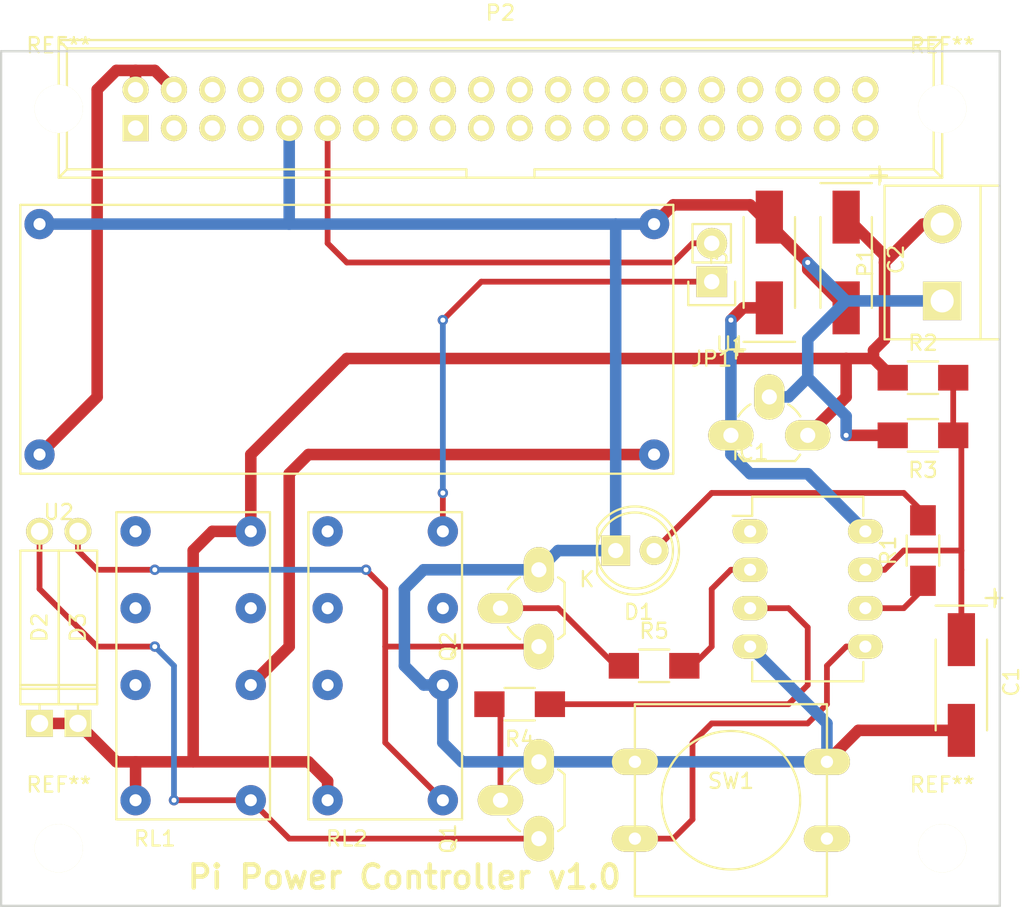
<source format=kicad_pcb>
(kicad_pcb (version 4) (host pcbnew 4.0.4+e1-6308~48~ubuntu16.04.1-stable)

  (general
    (links 45)
    (no_connects 1)
    (area 38.024999 40.564999 104.215001 97.230001)
    (thickness 1.6)
    (drawings 5)
    (tracks 157)
    (zones 0)
    (modules 26)
    (nets 63)
  )

  (page A4)
  (layers
    (0 F.Cu signal)
    (31 B.Cu signal)
    (32 B.Adhes user hide)
    (33 F.Adhes user hide)
    (34 B.Paste user hide)
    (35 F.Paste user hide)
    (36 B.SilkS user)
    (37 F.SilkS user)
    (38 B.Mask user)
    (39 F.Mask user)
    (40 Dwgs.User user hide)
    (41 Cmts.User user hide)
    (42 Eco1.User user hide)
    (43 Eco2.User user hide)
    (44 Edge.Cuts user)
    (45 Margin user hide)
    (46 B.CrtYd user hide)
    (47 F.CrtYd user hide)
    (48 B.Fab user hide)
    (49 F.Fab user hide)
  )

  (setup
    (last_trace_width 0.381)
    (trace_clearance 0.381)
    (zone_clearance 0.508)
    (zone_45_only no)
    (trace_min 0.1524)
    (segment_width 0.2)
    (edge_width 0.15)
    (via_size 0.6858)
    (via_drill 0.3302)
    (via_min_size 0.6858)
    (via_min_drill 0.3302)
    (uvia_size 25.4)
    (uvia_drill 0)
    (uvias_allowed no)
    (uvia_min_size 0)
    (uvia_min_drill 0)
    (pcb_text_width 0.3)
    (pcb_text_size 1.5 1.5)
    (mod_edge_width 0.15)
    (mod_text_size 1 1)
    (mod_text_width 0.15)
    (pad_size 1.524 1.524)
    (pad_drill 0.762)
    (pad_to_mask_clearance 0.2)
    (aux_axis_origin 36.83 39.37)
    (visible_elements FFFCD7E9)
    (pcbplotparams
      (layerselection 0x010f0_80000001)
      (usegerberextensions false)
      (excludeedgelayer true)
      (linewidth 0.100000)
      (plotframeref false)
      (viasonmask true)
      (mode 1)
      (useauxorigin false)
      (hpglpennumber 1)
      (hpglpenspeed 20)
      (hpglpendiameter 15)
      (hpglpenoverlay 2)
      (psnegative false)
      (psa4output false)
      (plotreference false)
      (plotvalue false)
      (plotinvisibletext false)
      (padsonsilk false)
      (subtractmaskfromsilk true)
      (outputformat 1)
      (mirror false)
      (drillshape 0)
      (scaleselection 1)
      (outputdirectory gerbers/))
  )

  (net 0 "")
  (net 1 "Net-(C1-Pad1)")
  (net 2 GNDD)
  (net 3 +5VD)
  (net 4 "Net-(D1-Pad2)")
  (net 5 "Net-(D2-Pad2)")
  (net 6 +12V)
  (net 7 "Net-(D3-Pad2)")
  (net 8 "Net-(IC1-Pad1)")
  (net 9 "Net-(IC1-Pad2)")
  (net 10 "Net-(IC1-Pad3)")
  (net 11 "Net-(IC1-Pad5)")
  (net 12 "Net-(IC1-Pad6)")
  (net 13 "Net-(JP1-Pad1)")
  (net 14 "Net-(JP1-Pad2)")
  (net 15 "Net-(P2-Pad1)")
  (net 16 "Net-(P2-Pad2)")
  (net 17 "Net-(P2-Pad3)")
  (net 18 "Net-(P2-Pad5)")
  (net 19 "Net-(P2-Pad6)")
  (net 20 "Net-(P2-Pad7)")
  (net 21 "Net-(P2-Pad8)")
  (net 22 "Net-(P2-Pad10)")
  (net 23 "Net-(P2-Pad12)")
  (net 24 "Net-(P2-Pad13)")
  (net 25 "Net-(P2-Pad14)")
  (net 26 "Net-(P2-Pad15)")
  (net 27 "Net-(P2-Pad16)")
  (net 28 "Net-(P2-Pad17)")
  (net 29 "Net-(P2-Pad18)")
  (net 30 "Net-(P2-Pad19)")
  (net 31 "Net-(P2-Pad20)")
  (net 32 "Net-(P2-Pad21)")
  (net 33 "Net-(P2-Pad22)")
  (net 34 "Net-(P2-Pad23)")
  (net 35 "Net-(P2-Pad24)")
  (net 36 "Net-(P2-Pad25)")
  (net 37 "Net-(P2-Pad26)")
  (net 38 "Net-(P2-Pad27)")
  (net 39 "Net-(P2-Pad28)")
  (net 40 "Net-(P2-Pad29)")
  (net 41 "Net-(P2-Pad30)")
  (net 42 "Net-(P2-Pad31)")
  (net 43 "Net-(P2-Pad32)")
  (net 44 "Net-(P2-Pad33)")
  (net 45 "Net-(P2-Pad34)")
  (net 46 "Net-(P2-Pad35)")
  (net 47 "Net-(P2-Pad36)")
  (net 48 "Net-(P2-Pad37)")
  (net 49 "Net-(P2-Pad38)")
  (net 50 "Net-(P2-Pad39)")
  (net 51 "Net-(P2-Pad40)")
  (net 52 "Net-(Q1-Pad2)")
  (net 53 "Net-(Q2-Pad2)")
  (net 54 "Net-(RL1-Pad9)")
  (net 55 "Net-(RL1-Pad8)")
  (net 56 "Net-(RL1-Pad4)")
  (net 57 "Net-(RL1-Pad2)")
  (net 58 "Net-(RL1-Pad3)")
  (net 59 "Net-(RL2-Pad9)")
  (net 60 "Net-(RL2-Pad4)")
  (net 61 "Net-(RL2-Pad2)")
  (net 62 "Net-(RL2-Pad3)")

  (net_class Default "This is the default net class."
    (clearance 0.381)
    (trace_width 0.381)
    (via_dia 0.6858)
    (via_drill 0.3302)
    (uvia_dia 25.4)
    (uvia_drill 0)
    (add_net "Net-(C1-Pad1)")
    (add_net "Net-(D1-Pad2)")
    (add_net "Net-(D2-Pad2)")
    (add_net "Net-(D3-Pad2)")
    (add_net "Net-(IC1-Pad1)")
    (add_net "Net-(IC1-Pad2)")
    (add_net "Net-(IC1-Pad3)")
    (add_net "Net-(IC1-Pad5)")
    (add_net "Net-(IC1-Pad6)")
    (add_net "Net-(JP1-Pad1)")
    (add_net "Net-(JP1-Pad2)")
    (add_net "Net-(P2-Pad1)")
    (add_net "Net-(P2-Pad10)")
    (add_net "Net-(P2-Pad12)")
    (add_net "Net-(P2-Pad13)")
    (add_net "Net-(P2-Pad14)")
    (add_net "Net-(P2-Pad15)")
    (add_net "Net-(P2-Pad16)")
    (add_net "Net-(P2-Pad17)")
    (add_net "Net-(P2-Pad18)")
    (add_net "Net-(P2-Pad19)")
    (add_net "Net-(P2-Pad20)")
    (add_net "Net-(P2-Pad21)")
    (add_net "Net-(P2-Pad22)")
    (add_net "Net-(P2-Pad23)")
    (add_net "Net-(P2-Pad24)")
    (add_net "Net-(P2-Pad25)")
    (add_net "Net-(P2-Pad26)")
    (add_net "Net-(P2-Pad27)")
    (add_net "Net-(P2-Pad28)")
    (add_net "Net-(P2-Pad29)")
    (add_net "Net-(P2-Pad3)")
    (add_net "Net-(P2-Pad30)")
    (add_net "Net-(P2-Pad31)")
    (add_net "Net-(P2-Pad32)")
    (add_net "Net-(P2-Pad33)")
    (add_net "Net-(P2-Pad34)")
    (add_net "Net-(P2-Pad35)")
    (add_net "Net-(P2-Pad36)")
    (add_net "Net-(P2-Pad37)")
    (add_net "Net-(P2-Pad38)")
    (add_net "Net-(P2-Pad39)")
    (add_net "Net-(P2-Pad40)")
    (add_net "Net-(P2-Pad5)")
    (add_net "Net-(P2-Pad6)")
    (add_net "Net-(P2-Pad7)")
    (add_net "Net-(P2-Pad8)")
    (add_net "Net-(Q1-Pad2)")
    (add_net "Net-(Q2-Pad2)")
    (add_net "Net-(RL1-Pad2)")
    (add_net "Net-(RL1-Pad3)")
    (add_net "Net-(RL1-Pad4)")
    (add_net "Net-(RL1-Pad9)")
    (add_net "Net-(RL2-Pad2)")
    (add_net "Net-(RL2-Pad3)")
    (add_net "Net-(RL2-Pad4)")
    (add_net "Net-(RL2-Pad9)")
  )

  (net_class GND ""
    (clearance 0.381)
    (trace_width 0.762)
    (via_dia 0.6858)
    (via_drill 0.3302)
    (uvia_dia 25.4)
    (uvia_drill 0)
    (add_net GNDD)
  )

  (net_class Power ""
    (clearance 0.381)
    (trace_width 0.762)
    (via_dia 0.6858)
    (via_drill 0.3302)
    (uvia_dia 25.4)
    (uvia_drill 0)
    (add_net +12V)
    (add_net +5VD)
    (add_net "Net-(P2-Pad2)")
    (add_net "Net-(RL1-Pad8)")
  )

  (module Connect:IDC_Header_Straight_40pins (layer F.Cu) (tedit 0) (tstamp 57D00DB1)
    (at 46.99 45.72)
    (descr "40 pins through hole IDC header")
    (tags "IDC header socket VASCH")
    (path /57CD8E0F)
    (fp_text reference P2 (at 24.13 -7.62) (layer F.SilkS)
      (effects (font (size 1 1) (thickness 0.15)))
    )
    (fp_text value CONN_02X20 (at 24.13 5.223) (layer F.Fab)
      (effects (font (size 1 1) (thickness 0.15)))
    )
    (fp_line (start -5.08 -5.82) (end 53.34 -5.82) (layer F.SilkS) (width 0.15))
    (fp_line (start -4.54 -5.27) (end 52.78 -5.27) (layer F.SilkS) (width 0.15))
    (fp_line (start -5.08 3.28) (end 53.34 3.28) (layer F.SilkS) (width 0.15))
    (fp_line (start -4.54 2.73) (end 21.88 2.73) (layer F.SilkS) (width 0.15))
    (fp_line (start 26.38 2.73) (end 52.78 2.73) (layer F.SilkS) (width 0.15))
    (fp_line (start 21.88 2.73) (end 21.88 3.28) (layer F.SilkS) (width 0.15))
    (fp_line (start 26.38 2.73) (end 26.38 3.28) (layer F.SilkS) (width 0.15))
    (fp_line (start -5.08 -5.82) (end -5.08 3.28) (layer F.SilkS) (width 0.15))
    (fp_line (start -4.54 -5.27) (end -4.54 2.73) (layer F.SilkS) (width 0.15))
    (fp_line (start 53.34 -5.82) (end 53.34 3.28) (layer F.SilkS) (width 0.15))
    (fp_line (start 52.78 -5.27) (end 52.78 2.73) (layer F.SilkS) (width 0.15))
    (fp_line (start -5.08 -5.82) (end -4.54 -5.27) (layer F.SilkS) (width 0.15))
    (fp_line (start 53.34 -5.82) (end 52.78 -5.27) (layer F.SilkS) (width 0.15))
    (fp_line (start -5.08 3.28) (end -4.54 2.73) (layer F.SilkS) (width 0.15))
    (fp_line (start 53.34 3.28) (end 52.78 2.73) (layer F.SilkS) (width 0.15))
    (fp_line (start -5.35 -6.05) (end 53.6 -6.05) (layer F.CrtYd) (width 0.05))
    (fp_line (start 53.6 -6.05) (end 53.6 3.55) (layer F.CrtYd) (width 0.05))
    (fp_line (start 53.6 3.55) (end -5.35 3.55) (layer F.CrtYd) (width 0.05))
    (fp_line (start -5.35 3.55) (end -5.35 -6.05) (layer F.CrtYd) (width 0.05))
    (pad 1 thru_hole rect (at 0 0) (size 1.7272 1.7272) (drill 1.016) (layers *.Cu *.Mask F.SilkS)
      (net 15 "Net-(P2-Pad1)"))
    (pad 2 thru_hole oval (at 0 -2.54) (size 1.7272 1.7272) (drill 1.016) (layers *.Cu *.Mask F.SilkS)
      (net 16 "Net-(P2-Pad2)"))
    (pad 3 thru_hole oval (at 2.54 0) (size 1.7272 1.7272) (drill 1.016) (layers *.Cu *.Mask F.SilkS)
      (net 17 "Net-(P2-Pad3)"))
    (pad 4 thru_hole oval (at 2.54 -2.54) (size 1.7272 1.7272) (drill 1.016) (layers *.Cu *.Mask F.SilkS)
      (net 16 "Net-(P2-Pad2)"))
    (pad 5 thru_hole oval (at 5.08 0) (size 1.7272 1.7272) (drill 1.016) (layers *.Cu *.Mask F.SilkS)
      (net 18 "Net-(P2-Pad5)"))
    (pad 6 thru_hole oval (at 5.08 -2.54) (size 1.7272 1.7272) (drill 1.016) (layers *.Cu *.Mask F.SilkS)
      (net 19 "Net-(P2-Pad6)"))
    (pad 7 thru_hole oval (at 7.62 0) (size 1.7272 1.7272) (drill 1.016) (layers *.Cu *.Mask F.SilkS)
      (net 20 "Net-(P2-Pad7)"))
    (pad 8 thru_hole oval (at 7.62 -2.54) (size 1.7272 1.7272) (drill 1.016) (layers *.Cu *.Mask F.SilkS)
      (net 21 "Net-(P2-Pad8)"))
    (pad 9 thru_hole oval (at 10.16 0) (size 1.7272 1.7272) (drill 1.016) (layers *.Cu *.Mask F.SilkS)
      (net 2 GNDD))
    (pad 10 thru_hole oval (at 10.16 -2.54) (size 1.7272 1.7272) (drill 1.016) (layers *.Cu *.Mask F.SilkS)
      (net 22 "Net-(P2-Pad10)"))
    (pad 11 thru_hole oval (at 12.7 0) (size 1.7272 1.7272) (drill 1.016) (layers *.Cu *.Mask F.SilkS)
      (net 14 "Net-(JP1-Pad2)"))
    (pad 12 thru_hole oval (at 12.7 -2.54) (size 1.7272 1.7272) (drill 1.016) (layers *.Cu *.Mask F.SilkS)
      (net 23 "Net-(P2-Pad12)"))
    (pad 13 thru_hole oval (at 15.24 0) (size 1.7272 1.7272) (drill 1.016) (layers *.Cu *.Mask F.SilkS)
      (net 24 "Net-(P2-Pad13)"))
    (pad 14 thru_hole oval (at 15.24 -2.54) (size 1.7272 1.7272) (drill 1.016) (layers *.Cu *.Mask F.SilkS)
      (net 25 "Net-(P2-Pad14)"))
    (pad 15 thru_hole oval (at 17.78 0) (size 1.7272 1.7272) (drill 1.016) (layers *.Cu *.Mask F.SilkS)
      (net 26 "Net-(P2-Pad15)"))
    (pad 16 thru_hole oval (at 17.78 -2.54) (size 1.7272 1.7272) (drill 1.016) (layers *.Cu *.Mask F.SilkS)
      (net 27 "Net-(P2-Pad16)"))
    (pad 17 thru_hole oval (at 20.32 0) (size 1.7272 1.7272) (drill 1.016) (layers *.Cu *.Mask F.SilkS)
      (net 28 "Net-(P2-Pad17)"))
    (pad 18 thru_hole oval (at 20.32 -2.54) (size 1.7272 1.7272) (drill 1.016) (layers *.Cu *.Mask F.SilkS)
      (net 29 "Net-(P2-Pad18)"))
    (pad 19 thru_hole oval (at 22.86 0) (size 1.7272 1.7272) (drill 1.016) (layers *.Cu *.Mask F.SilkS)
      (net 30 "Net-(P2-Pad19)"))
    (pad 20 thru_hole oval (at 22.86 -2.54) (size 1.7272 1.7272) (drill 1.016) (layers *.Cu *.Mask F.SilkS)
      (net 31 "Net-(P2-Pad20)"))
    (pad 21 thru_hole oval (at 25.4 0) (size 1.7272 1.7272) (drill 1.016) (layers *.Cu *.Mask F.SilkS)
      (net 32 "Net-(P2-Pad21)"))
    (pad 22 thru_hole oval (at 25.4 -2.54) (size 1.7272 1.7272) (drill 1.016) (layers *.Cu *.Mask F.SilkS)
      (net 33 "Net-(P2-Pad22)"))
    (pad 23 thru_hole oval (at 27.94 0) (size 1.7272 1.7272) (drill 1.016) (layers *.Cu *.Mask F.SilkS)
      (net 34 "Net-(P2-Pad23)"))
    (pad 24 thru_hole oval (at 27.94 -2.54) (size 1.7272 1.7272) (drill 1.016) (layers *.Cu *.Mask F.SilkS)
      (net 35 "Net-(P2-Pad24)"))
    (pad 25 thru_hole oval (at 30.48 0) (size 1.7272 1.7272) (drill 1.016) (layers *.Cu *.Mask F.SilkS)
      (net 36 "Net-(P2-Pad25)"))
    (pad 26 thru_hole oval (at 30.48 -2.54) (size 1.7272 1.7272) (drill 1.016) (layers *.Cu *.Mask F.SilkS)
      (net 37 "Net-(P2-Pad26)"))
    (pad 27 thru_hole oval (at 33.02 0) (size 1.7272 1.7272) (drill 1.016) (layers *.Cu *.Mask F.SilkS)
      (net 38 "Net-(P2-Pad27)"))
    (pad 28 thru_hole oval (at 33.02 -2.54) (size 1.7272 1.7272) (drill 1.016) (layers *.Cu *.Mask F.SilkS)
      (net 39 "Net-(P2-Pad28)"))
    (pad 29 thru_hole oval (at 35.56 0) (size 1.7272 1.7272) (drill 1.016) (layers *.Cu *.Mask F.SilkS)
      (net 40 "Net-(P2-Pad29)"))
    (pad 30 thru_hole oval (at 35.56 -2.54) (size 1.7272 1.7272) (drill 1.016) (layers *.Cu *.Mask F.SilkS)
      (net 41 "Net-(P2-Pad30)"))
    (pad 31 thru_hole oval (at 38.1 0) (size 1.7272 1.7272) (drill 1.016) (layers *.Cu *.Mask F.SilkS)
      (net 42 "Net-(P2-Pad31)"))
    (pad 32 thru_hole oval (at 38.1 -2.54) (size 1.7272 1.7272) (drill 1.016) (layers *.Cu *.Mask F.SilkS)
      (net 43 "Net-(P2-Pad32)"))
    (pad 33 thru_hole oval (at 40.64 0) (size 1.7272 1.7272) (drill 1.016) (layers *.Cu *.Mask F.SilkS)
      (net 44 "Net-(P2-Pad33)"))
    (pad 34 thru_hole oval (at 40.64 -2.54) (size 1.7272 1.7272) (drill 1.016) (layers *.Cu *.Mask F.SilkS)
      (net 45 "Net-(P2-Pad34)"))
    (pad 35 thru_hole oval (at 43.18 0) (size 1.7272 1.7272) (drill 1.016) (layers *.Cu *.Mask F.SilkS)
      (net 46 "Net-(P2-Pad35)"))
    (pad 36 thru_hole oval (at 43.18 -2.54) (size 1.7272 1.7272) (drill 1.016) (layers *.Cu *.Mask F.SilkS)
      (net 47 "Net-(P2-Pad36)"))
    (pad 37 thru_hole oval (at 45.72 0) (size 1.7272 1.7272) (drill 1.016) (layers *.Cu *.Mask F.SilkS)
      (net 48 "Net-(P2-Pad37)"))
    (pad 38 thru_hole oval (at 45.72 -2.54) (size 1.7272 1.7272) (drill 1.016) (layers *.Cu *.Mask F.SilkS)
      (net 49 "Net-(P2-Pad38)"))
    (pad 39 thru_hole oval (at 48.26 0) (size 1.7272 1.7272) (drill 1.016) (layers *.Cu *.Mask F.SilkS)
      (net 50 "Net-(P2-Pad39)"))
    (pad 40 thru_hole oval (at 48.26 -2.54) (size 1.7272 1.7272) (drill 1.016) (layers *.Cu *.Mask F.SilkS)
      (net 51 "Net-(P2-Pad40)"))
  )

  (module Mounting_Holes:MountingHole_3.2mm_M3 (layer F.Cu) (tedit 57D1530A) (tstamp 57D188F2)
    (at 41.91 44.45)
    (descr "Mounting Hole 3.2mm, no annular, M3")
    (tags "mounting hole 3.2mm no annular m3")
    (fp_text reference REF** (at 0 -4.2) (layer F.SilkS)
      (effects (font (size 1 1) (thickness 0.15)))
    )
    (fp_text value MountingHole_3.2mm_M3 (at -12.7 -1.27) (layer F.Fab)
      (effects (font (size 1 1) (thickness 0.15)))
    )
    (fp_circle (center 0 0) (end 3.2 0) (layer Cmts.User) (width 0.15))
    (fp_circle (center 0 0) (end 3.45 0) (layer F.CrtYd) (width 0.05))
    (pad 1 np_thru_hole circle (at 0 0) (size 3.2 3.2) (drill 3.2) (layers *.Cu *.Mask F.SilkS))
  )

  (module dx_module:dx_module (layer F.Cu) (tedit 57D006A5) (tstamp 57D00E18)
    (at 81.28 52.07 180)
    (path /57CDD423)
    (fp_text reference U2 (at 39.37 -19.05 180) (layer F.SilkS)
      (effects (font (size 1 1) (thickness 0.15)))
    )
    (fp_text value DX_MODULE (at 5.08 -19.05 180) (layer F.Fab)
      (effects (font (size 1 1) (thickness 0.15)))
    )
    (fp_line (start 41.91 -16.51) (end 41.91 1.27) (layer F.SilkS) (width 0.15))
    (fp_line (start 41.91 1.27) (end -1.27 1.27) (layer F.SilkS) (width 0.15))
    (fp_line (start -1.27 1.27) (end -1.27 -16.51) (layer F.SilkS) (width 0.15))
    (fp_line (start -1.27 -16.51) (end 41.91 -16.51) (layer F.SilkS) (width 0.15))
    (pad 3 thru_hole circle (at 40.64 -15.24 180) (size 2 2) (drill 0.8) (layers *.Cu *.Mask)
      (net 16 "Net-(P2-Pad2)"))
    (pad 2 thru_hole circle (at 0 -15.24 180) (size 2 2) (drill 0.8) (layers *.Cu *.Mask)
      (net 55 "Net-(RL1-Pad8)"))
    (pad 4 thru_hole circle (at 40.64 0 180) (size 2 2) (drill 0.8) (layers *.Cu *.Mask)
      (net 2 GNDD))
    (pad 1 thru_hole circle (at 0 0 180) (size 2 2) (drill 0.8) (layers *.Cu *.Mask)
      (net 2 GNDD))
  )

  (module LEDs:LED-5MM (layer F.Cu) (tedit 5570F7EA) (tstamp 57D00D61)
    (at 78.74 73.66)
    (descr "LED 5mm round vertical")
    (tags "LED 5mm round vertical")
    (path /57CD84F1)
    (fp_text reference D1 (at 1.524 4.064) (layer F.SilkS)
      (effects (font (size 1 1) (thickness 0.15)))
    )
    (fp_text value LED (at 1.524 -3.937) (layer F.Fab)
      (effects (font (size 1 1) (thickness 0.15)))
    )
    (fp_line (start -1.5 -1.55) (end -1.5 1.55) (layer F.CrtYd) (width 0.05))
    (fp_arc (start 1.3 0) (end -1.5 1.55) (angle -302) (layer F.CrtYd) (width 0.05))
    (fp_arc (start 1.27 0) (end -1.23 -1.5) (angle 297.5) (layer F.SilkS) (width 0.15))
    (fp_line (start -1.23 1.5) (end -1.23 -1.5) (layer F.SilkS) (width 0.15))
    (fp_circle (center 1.27 0) (end 0.97 -2.5) (layer F.SilkS) (width 0.15))
    (fp_text user K (at -1.905 1.905) (layer F.SilkS)
      (effects (font (size 1 1) (thickness 0.15)))
    )
    (pad 1 thru_hole rect (at 0 0 90) (size 2 1.9) (drill 1.00076) (layers *.Cu *.Mask F.SilkS)
      (net 2 GNDD))
    (pad 2 thru_hole circle (at 2.54 0) (size 1.9 1.9) (drill 1.00076) (layers *.Cu *.Mask F.SilkS)
      (net 4 "Net-(D1-Pad2)"))
    (model LEDs.3dshapes/LED-5MM.wrl
      (at (xyz 0.05 0 0))
      (scale (xyz 1 1 1))
      (rotate (xyz 0 0 90))
    )
  )

  (module Discret:D5 (layer F.Cu) (tedit 57D1512B) (tstamp 57D00D67)
    (at 40.64 78.74 270)
    (descr "Diode 5 pas")
    (tags "DIODE DEV")
    (path /57CD5C96)
    (fp_text reference D2 (at 0 0 270) (layer F.SilkS)
      (effects (font (size 1 1) (thickness 0.15)))
    )
    (fp_text value D (at -0.254 0 270) (layer F.Fab)
      (effects (font (size 1 1) (thickness 0.15)))
    )
    (fp_line (start 6.35 0) (end 5.08 0) (layer F.SilkS) (width 0.15))
    (fp_line (start 5.08 0) (end 5.08 -1.27) (layer F.SilkS) (width 0.15))
    (fp_line (start 5.08 -1.27) (end -5.08 -1.27) (layer F.SilkS) (width 0.15))
    (fp_line (start -5.08 -1.27) (end -5.08 0) (layer F.SilkS) (width 0.15))
    (fp_line (start -5.08 0) (end -6.35 0) (layer F.SilkS) (width 0.15))
    (fp_line (start -5.08 0) (end -5.08 1.27) (layer F.SilkS) (width 0.15))
    (fp_line (start -5.08 1.27) (end 5.08 1.27) (layer F.SilkS) (width 0.15))
    (fp_line (start 5.08 1.27) (end 5.08 0) (layer F.SilkS) (width 0.15))
    (fp_line (start 3.81 -1.27) (end 3.81 1.27) (layer F.SilkS) (width 0.15))
    (fp_line (start 4.064 -1.27) (end 4.064 1.27) (layer F.SilkS) (width 0.15))
    (pad 2 thru_hole circle (at -6.35 0 270) (size 1.778 1.778) (drill 1.143) (layers *.Cu *.Mask F.SilkS)
      (net 5 "Net-(D2-Pad2)"))
    (pad 1 thru_hole rect (at 6.35 0 270) (size 1.778 1.778) (drill 1.143) (layers *.Cu *.Mask F.SilkS)
      (net 6 +12V))
    (model Discret.3dshapes/D5.wrl
      (at (xyz 0 0 0))
      (scale (xyz 0.5 0.5 0.5))
      (rotate (xyz 0 0 0))
    )
  )

  (module Discret:D5 (layer F.Cu) (tedit 57D15145) (tstamp 57D00D6D)
    (at 43.18 78.74 270)
    (descr "Diode 5 pas")
    (tags "DIODE DEV")
    (path /57CD5D55)
    (fp_text reference D3 (at 0 0 270) (layer F.SilkS)
      (effects (font (size 1 1) (thickness 0.15)))
    )
    (fp_text value D (at -0.254 0 270) (layer F.Fab)
      (effects (font (size 1 1) (thickness 0.15)))
    )
    (fp_line (start 6.35 0) (end 5.08 0) (layer F.SilkS) (width 0.15))
    (fp_line (start 5.08 0) (end 5.08 -1.27) (layer F.SilkS) (width 0.15))
    (fp_line (start 5.08 -1.27) (end -5.08 -1.27) (layer F.SilkS) (width 0.15))
    (fp_line (start -5.08 -1.27) (end -5.08 0) (layer F.SilkS) (width 0.15))
    (fp_line (start -5.08 0) (end -6.35 0) (layer F.SilkS) (width 0.15))
    (fp_line (start -5.08 0) (end -5.08 1.27) (layer F.SilkS) (width 0.15))
    (fp_line (start -5.08 1.27) (end 5.08 1.27) (layer F.SilkS) (width 0.15))
    (fp_line (start 5.08 1.27) (end 5.08 0) (layer F.SilkS) (width 0.15))
    (fp_line (start 3.81 -1.27) (end 3.81 1.27) (layer F.SilkS) (width 0.15))
    (fp_line (start 4.064 -1.27) (end 4.064 1.27) (layer F.SilkS) (width 0.15))
    (pad 2 thru_hole circle (at -6.35 0 270) (size 1.778 1.778) (drill 1.143) (layers *.Cu *.Mask F.SilkS)
      (net 7 "Net-(D3-Pad2)"))
    (pad 1 thru_hole rect (at 6.35 0 270) (size 1.778 1.778) (drill 1.143) (layers *.Cu *.Mask F.SilkS)
      (net 6 +12V))
    (model Discret.3dshapes/D5.wrl
      (at (xyz 0 0 0))
      (scale (xyz 0.5 0.5 0.5))
      (rotate (xyz 0 0 0))
    )
  )

  (module Housings_DIP:DIP-8_W7.62mm_LongPads (layer F.Cu) (tedit 54130A77) (tstamp 57D00D79)
    (at 87.63 72.39)
    (descr "8-lead dip package, row spacing 7.62 mm (300 mils), longer pads")
    (tags "dil dip 2.54 300")
    (path /57CD5964)
    (fp_text reference IC1 (at 0 -5.22) (layer F.SilkS)
      (effects (font (size 1 1) (thickness 0.15)))
    )
    (fp_text value ATTINY13-P (at 0 -3.72) (layer F.Fab)
      (effects (font (size 1 1) (thickness 0.15)))
    )
    (fp_line (start -1.4 -2.45) (end -1.4 10.1) (layer F.CrtYd) (width 0.05))
    (fp_line (start 9 -2.45) (end 9 10.1) (layer F.CrtYd) (width 0.05))
    (fp_line (start -1.4 -2.45) (end 9 -2.45) (layer F.CrtYd) (width 0.05))
    (fp_line (start -1.4 10.1) (end 9 10.1) (layer F.CrtYd) (width 0.05))
    (fp_line (start 0.135 -2.295) (end 0.135 -1.025) (layer F.SilkS) (width 0.15))
    (fp_line (start 7.485 -2.295) (end 7.485 -1.025) (layer F.SilkS) (width 0.15))
    (fp_line (start 7.485 9.915) (end 7.485 8.645) (layer F.SilkS) (width 0.15))
    (fp_line (start 0.135 9.915) (end 0.135 8.645) (layer F.SilkS) (width 0.15))
    (fp_line (start 0.135 -2.295) (end 7.485 -2.295) (layer F.SilkS) (width 0.15))
    (fp_line (start 0.135 9.915) (end 7.485 9.915) (layer F.SilkS) (width 0.15))
    (fp_line (start 0.135 -1.025) (end -1.15 -1.025) (layer F.SilkS) (width 0.15))
    (pad 1 thru_hole oval (at 0 0) (size 2.3 1.6) (drill 0.8) (layers *.Cu *.Mask F.SilkS)
      (net 8 "Net-(IC1-Pad1)"))
    (pad 2 thru_hole oval (at 0 2.54) (size 2.3 1.6) (drill 0.8) (layers *.Cu *.Mask F.SilkS)
      (net 9 "Net-(IC1-Pad2)"))
    (pad 3 thru_hole oval (at 0 5.08) (size 2.3 1.6) (drill 0.8) (layers *.Cu *.Mask F.SilkS)
      (net 10 "Net-(IC1-Pad3)"))
    (pad 4 thru_hole oval (at 0 7.62) (size 2.3 1.6) (drill 0.8) (layers *.Cu *.Mask F.SilkS)
      (net 2 GNDD))
    (pad 5 thru_hole oval (at 7.62 7.62) (size 2.3 1.6) (drill 0.8) (layers *.Cu *.Mask F.SilkS)
      (net 11 "Net-(IC1-Pad5)"))
    (pad 6 thru_hole oval (at 7.62 5.08) (size 2.3 1.6) (drill 0.8) (layers *.Cu *.Mask F.SilkS)
      (net 12 "Net-(IC1-Pad6)"))
    (pad 7 thru_hole oval (at 7.62 2.54) (size 2.3 1.6) (drill 0.8) (layers *.Cu *.Mask F.SilkS)
      (net 1 "Net-(C1-Pad1)"))
    (pad 8 thru_hole oval (at 7.62 0) (size 2.3 1.6) (drill 0.8) (layers *.Cu *.Mask F.SilkS)
      (net 3 +5VD))
    (model Housings_DIP.3dshapes/DIP-8_W7.62mm_LongPads.wrl
      (at (xyz 0 0 0))
      (scale (xyz 1 1 1))
      (rotate (xyz 0 0 0))
    )
  )

  (module Pin_Headers:Pin_Header_Straight_1x02 (layer F.Cu) (tedit 54EA090C) (tstamp 57D00D7F)
    (at 85.09 55.88 180)
    (descr "Through hole pin header")
    (tags "pin header")
    (path /57CDDF83)
    (fp_text reference JP1 (at 0 -5.1 180) (layer F.SilkS)
      (effects (font (size 1 1) (thickness 0.15)))
    )
    (fp_text value JUMPER (at 0 -3.1 180) (layer F.Fab)
      (effects (font (size 1 1) (thickness 0.15)))
    )
    (fp_line (start 1.27 1.27) (end 1.27 3.81) (layer F.SilkS) (width 0.15))
    (fp_line (start 1.55 -1.55) (end 1.55 0) (layer F.SilkS) (width 0.15))
    (fp_line (start -1.75 -1.75) (end -1.75 4.3) (layer F.CrtYd) (width 0.05))
    (fp_line (start 1.75 -1.75) (end 1.75 4.3) (layer F.CrtYd) (width 0.05))
    (fp_line (start -1.75 -1.75) (end 1.75 -1.75) (layer F.CrtYd) (width 0.05))
    (fp_line (start -1.75 4.3) (end 1.75 4.3) (layer F.CrtYd) (width 0.05))
    (fp_line (start 1.27 1.27) (end -1.27 1.27) (layer F.SilkS) (width 0.15))
    (fp_line (start -1.55 0) (end -1.55 -1.55) (layer F.SilkS) (width 0.15))
    (fp_line (start -1.55 -1.55) (end 1.55 -1.55) (layer F.SilkS) (width 0.15))
    (fp_line (start -1.27 1.27) (end -1.27 3.81) (layer F.SilkS) (width 0.15))
    (fp_line (start -1.27 3.81) (end 1.27 3.81) (layer F.SilkS) (width 0.15))
    (pad 1 thru_hole rect (at 0 0 180) (size 2.032 2.032) (drill 1.016) (layers *.Cu *.Mask F.SilkS)
      (net 13 "Net-(JP1-Pad1)"))
    (pad 2 thru_hole oval (at 0 2.54 180) (size 2.032 2.032) (drill 1.016) (layers *.Cu *.Mask F.SilkS)
      (net 14 "Net-(JP1-Pad2)"))
    (model Pin_Headers.3dshapes/Pin_Header_Straight_1x02.wrl
      (at (xyz 0 -0.05 0))
      (scale (xyz 1 1 1))
      (rotate (xyz 0 0 90))
    )
  )

  (module Connect:bornier2 (layer F.Cu) (tedit 0) (tstamp 57D00D85)
    (at 100.33 54.61 90)
    (descr "Bornier d'alimentation 2 pins")
    (tags DEV)
    (path /57CD6FD9)
    (fp_text reference P1 (at 0 -5.08 90) (layer F.SilkS)
      (effects (font (size 1 1) (thickness 0.15)))
    )
    (fp_text value CONN_01X02 (at 0 5.08 90) (layer F.Fab)
      (effects (font (size 1 1) (thickness 0.15)))
    )
    (fp_line (start 5.08 2.54) (end -5.08 2.54) (layer F.SilkS) (width 0.15))
    (fp_line (start 5.08 3.81) (end 5.08 -3.81) (layer F.SilkS) (width 0.15))
    (fp_line (start 5.08 -3.81) (end -5.08 -3.81) (layer F.SilkS) (width 0.15))
    (fp_line (start -5.08 -3.81) (end -5.08 3.81) (layer F.SilkS) (width 0.15))
    (fp_line (start -5.08 3.81) (end 5.08 3.81) (layer F.SilkS) (width 0.15))
    (pad 1 thru_hole rect (at -2.54 0 90) (size 2.54 2.54) (drill 1.524) (layers *.Cu *.Mask F.SilkS)
      (net 2 GNDD))
    (pad 2 thru_hole circle (at 2.54 0 90) (size 2.54 2.54) (drill 1.524) (layers *.Cu *.Mask F.SilkS)
      (net 6 +12V))
    (model Connect.3dshapes/bornier2.wrl
      (at (xyz 0 0 0))
      (scale (xyz 1 1 1))
      (rotate (xyz 0 0 0))
    )
  )

  (module TO_SOT_Packages_THT:TO-92_Rugged (layer F.Cu) (tedit 54F24473) (tstamp 57D00DB8)
    (at 73.66 92.71 90)
    (descr "TO-92 rugged, leads molded, wide, drill 1mm (see NXP sot054_po.pdf)")
    (tags "to-92 sc-43 sc-43a sot54 PA33 transistor")
    (path /57CD5B0D)
    (fp_text reference Q1 (at 0 -6 90) (layer F.SilkS)
      (effects (font (size 1 1) (thickness 0.15)))
    )
    (fp_text value BC548 (at 0 3 90) (layer F.Fab)
      (effects (font (size 1 1) (thickness 0.15)))
    )
    (fp_arc (start 2.54 0) (end 0.49 -1.25) (angle 27.25399767) (layer F.SilkS) (width 0.15))
    (fp_arc (start 2.54 0) (end 4.59 -1.25) (angle -27.25399767) (layer F.SilkS) (width 0.15))
    (fp_arc (start 2.54 0) (end 0.84 1.7) (angle 12.99463195) (layer F.SilkS) (width 0.15))
    (fp_arc (start 2.54 0) (end 4.24 1.7) (angle -12.99463195) (layer F.SilkS) (width 0.15))
    (fp_line (start -1.75 1.95) (end -1.75 -4.3) (layer F.CrtYd) (width 0.05))
    (fp_line (start -1.75 1.95) (end 6.85 1.95) (layer F.CrtYd) (width 0.05))
    (fp_line (start 0.84 1.7) (end 4.24 1.7) (layer F.SilkS) (width 0.15))
    (fp_line (start -1.75 -4.3) (end 6.85 -4.3) (layer F.CrtYd) (width 0.05))
    (fp_line (start 6.85 1.95) (end 6.85 -4.3) (layer F.CrtYd) (width 0.05))
    (pad 2 thru_hole oval (at 2.54 -2.54 180) (size 2.99974 1.99898) (drill 1) (layers *.Cu *.Mask F.SilkS)
      (net 52 "Net-(Q1-Pad2)"))
    (pad 1 thru_hole oval (at 0 0 180) (size 1.99898 2.99974) (drill 1) (layers *.Cu *.Mask F.SilkS)
      (net 5 "Net-(D2-Pad2)"))
    (pad 3 thru_hole oval (at 5.08 0 180) (size 1.99898 2.99974) (drill 1) (layers *.Cu *.Mask F.SilkS)
      (net 2 GNDD))
    (model TO_SOT_Packages_THT.3dshapes/TO-92_Rugged.wrl
      (at (xyz 0.1 0 0))
      (scale (xyz 1 1 1))
      (rotate (xyz 0 0 -90))
    )
  )

  (module TO_SOT_Packages_THT:TO-92_Rugged (layer F.Cu) (tedit 54F24473) (tstamp 57D00DBF)
    (at 73.66 80.01 90)
    (descr "TO-92 rugged, leads molded, wide, drill 1mm (see NXP sot054_po.pdf)")
    (tags "to-92 sc-43 sc-43a sot54 PA33 transistor")
    (path /57CD5B90)
    (fp_text reference Q2 (at 0 -6 90) (layer F.SilkS)
      (effects (font (size 1 1) (thickness 0.15)))
    )
    (fp_text value BC548 (at 0 3 90) (layer F.Fab)
      (effects (font (size 1 1) (thickness 0.15)))
    )
    (fp_arc (start 2.54 0) (end 0.49 -1.25) (angle 27.25399767) (layer F.SilkS) (width 0.15))
    (fp_arc (start 2.54 0) (end 4.59 -1.25) (angle -27.25399767) (layer F.SilkS) (width 0.15))
    (fp_arc (start 2.54 0) (end 0.84 1.7) (angle 12.99463195) (layer F.SilkS) (width 0.15))
    (fp_arc (start 2.54 0) (end 4.24 1.7) (angle -12.99463195) (layer F.SilkS) (width 0.15))
    (fp_line (start -1.75 1.95) (end -1.75 -4.3) (layer F.CrtYd) (width 0.05))
    (fp_line (start -1.75 1.95) (end 6.85 1.95) (layer F.CrtYd) (width 0.05))
    (fp_line (start 0.84 1.7) (end 4.24 1.7) (layer F.SilkS) (width 0.15))
    (fp_line (start -1.75 -4.3) (end 6.85 -4.3) (layer F.CrtYd) (width 0.05))
    (fp_line (start 6.85 1.95) (end 6.85 -4.3) (layer F.CrtYd) (width 0.05))
    (pad 2 thru_hole oval (at 2.54 -2.54 180) (size 2.99974 1.99898) (drill 1) (layers *.Cu *.Mask F.SilkS)
      (net 53 "Net-(Q2-Pad2)"))
    (pad 1 thru_hole oval (at 0 0 180) (size 1.99898 2.99974) (drill 1) (layers *.Cu *.Mask F.SilkS)
      (net 7 "Net-(D3-Pad2)"))
    (pad 3 thru_hole oval (at 5.08 0 180) (size 1.99898 2.99974) (drill 1) (layers *.Cu *.Mask F.SilkS)
      (net 2 GNDD))
    (model TO_SOT_Packages_THT.3dshapes/TO-92_Rugged.wrl
      (at (xyz 0.1 0 0))
      (scale (xyz 1 1 1))
      (rotate (xyz 0 0 -90))
    )
  )

  (module anritsu:anritsu (layer F.Cu) (tedit 57D008EF) (tstamp 57D00DED)
    (at 54.61 90.17 90)
    (path /57CDC89B)
    (fp_text reference RL1 (at -2.54 -6.35 180) (layer F.SilkS)
      (effects (font (size 1 1) (thickness 0.15)))
    )
    (fp_text value Anritsu (at -2.54 -1.27 180) (layer F.Fab)
      (effects (font (size 1 1) (thickness 0.15)))
    )
    (fp_line (start 19.05 1.27) (end -1.27 1.27) (layer F.SilkS) (width 0.15))
    (fp_line (start -1.27 1.27) (end -1.27 -8.89) (layer F.SilkS) (width 0.15))
    (fp_line (start -1.27 -8.89) (end 19.05 -8.89) (layer F.SilkS) (width 0.15))
    (fp_line (start 19.05 -8.89) (end 19.05 1.27) (layer F.SilkS) (width 0.15))
    (pad 7 thru_hole circle (at 17.78 0 90) (size 2 2) (drill 0.8) (layers *.Cu *.Mask)
      (net 6 +12V))
    (pad 9 thru_hole circle (at 12.7 0 90) (size 2 2) (drill 0.8) (layers *.Cu *.Mask)
      (net 54 "Net-(RL1-Pad9)"))
    (pad 8 thru_hole circle (at 7.62 0 90) (size 2 2) (drill 0.8) (layers *.Cu *.Mask)
      (net 55 "Net-(RL1-Pad8)"))
    (pad 4 thru_hole circle (at 17.78 -7.62 90) (size 2 2) (drill 0.8) (layers *.Cu *.Mask)
      (net 56 "Net-(RL1-Pad4)"))
    (pad 2 thru_hole circle (at 12.7 -7.62 90) (size 2 2) (drill 0.8) (layers *.Cu *.Mask)
      (net 57 "Net-(RL1-Pad2)"))
    (pad 3 thru_hole circle (at 7.62 -7.62 90) (size 2 2) (drill 0.8) (layers *.Cu *.Mask)
      (net 58 "Net-(RL1-Pad3)"))
    (pad 1 thru_hole circle (at 0 -7.62 90) (size 2 2) (drill 0.8) (layers *.Cu *.Mask)
      (net 6 +12V))
    (pad 10 thru_hole circle (at 0 0 90) (size 2 2) (drill 0.8) (layers *.Cu *.Mask)
      (net 5 "Net-(D2-Pad2)"))
  )

  (module anritsu:anritsu (layer F.Cu) (tedit 57D008EF) (tstamp 57D00DFD)
    (at 67.31 90.17 90)
    (path /57CDC8F4)
    (fp_text reference RL2 (at -2.54 -6.35 180) (layer F.SilkS)
      (effects (font (size 1 1) (thickness 0.15)))
    )
    (fp_text value Anritsu (at -2.54 -1.27 180) (layer F.Fab)
      (effects (font (size 1 1) (thickness 0.15)))
    )
    (fp_line (start 19.05 1.27) (end -1.27 1.27) (layer F.SilkS) (width 0.15))
    (fp_line (start -1.27 1.27) (end -1.27 -8.89) (layer F.SilkS) (width 0.15))
    (fp_line (start -1.27 -8.89) (end 19.05 -8.89) (layer F.SilkS) (width 0.15))
    (fp_line (start 19.05 -8.89) (end 19.05 1.27) (layer F.SilkS) (width 0.15))
    (pad 7 thru_hole circle (at 17.78 0 90) (size 2 2) (drill 0.8) (layers *.Cu *.Mask)
      (net 13 "Net-(JP1-Pad1)"))
    (pad 9 thru_hole circle (at 12.7 0 90) (size 2 2) (drill 0.8) (layers *.Cu *.Mask)
      (net 59 "Net-(RL2-Pad9)"))
    (pad 8 thru_hole circle (at 7.62 0 90) (size 2 2) (drill 0.8) (layers *.Cu *.Mask)
      (net 2 GNDD))
    (pad 4 thru_hole circle (at 17.78 -7.62 90) (size 2 2) (drill 0.8) (layers *.Cu *.Mask)
      (net 60 "Net-(RL2-Pad4)"))
    (pad 2 thru_hole circle (at 12.7 -7.62 90) (size 2 2) (drill 0.8) (layers *.Cu *.Mask)
      (net 61 "Net-(RL2-Pad2)"))
    (pad 3 thru_hole circle (at 7.62 -7.62 90) (size 2 2) (drill 0.8) (layers *.Cu *.Mask)
      (net 62 "Net-(RL2-Pad3)"))
    (pad 1 thru_hole circle (at 0 -7.62 90) (size 2 2) (drill 0.8) (layers *.Cu *.Mask)
      (net 6 +12V))
    (pad 10 thru_hole circle (at 0 0 90) (size 2 2) (drill 0.8) (layers *.Cu *.Mask)
      (net 7 "Net-(D3-Pad2)"))
  )

  (module Buttons_Switches_ThroughHole:SW_PUSH-12mm (layer F.Cu) (tedit 57D151F3) (tstamp 57D00E05)
    (at 86.36 90.17)
    (path /57CD8623)
    (fp_text reference SW1 (at 0 -1.27) (layer F.SilkS)
      (effects (font (size 1 1) (thickness 0.15)))
    )
    (fp_text value SW_PUSH (at 0 1.016) (layer F.Fab)
      (effects (font (size 1 1) (thickness 0.15)))
    )
    (fp_circle (center 0 0) (end 3.81 2.54) (layer F.SilkS) (width 0.15))
    (fp_line (start -6.35 -6.35) (end 6.35 -6.35) (layer F.SilkS) (width 0.15))
    (fp_line (start 6.35 -6.35) (end 6.35 6.35) (layer F.SilkS) (width 0.15))
    (fp_line (start 6.35 6.35) (end -6.35 6.35) (layer F.SilkS) (width 0.15))
    (fp_line (start -6.35 6.35) (end -6.35 -6.35) (layer F.SilkS) (width 0.15))
    (pad 1 thru_hole oval (at 6.35 -2.54) (size 3.048 1.7272) (drill 0.8128) (layers *.Cu *.Mask F.SilkS)
      (net 2 GNDD))
    (pad 2 thru_hole oval (at 6.35 2.54) (size 3.048 1.7272) (drill 0.8128) (layers *.Cu *.Mask F.SilkS)
      (net 11 "Net-(IC1-Pad5)"))
    (pad 1 thru_hole oval (at -6.35 -2.54) (size 3.048 1.7272) (drill 0.8128) (layers *.Cu *.Mask F.SilkS)
      (net 2 GNDD))
    (pad 2 thru_hole oval (at -6.35 2.54) (size 3.048 1.7272) (drill 0.8128) (layers *.Cu *.Mask F.SilkS)
      (net 11 "Net-(IC1-Pad5)"))
    (model Buttons_Switches_ThroughHole.3dshapes/SW_PUSH-12mm.wrl
      (at (xyz 0 0 0))
      (scale (xyz 4 4 4))
      (rotate (xyz 0 0 0))
    )
  )

  (module TO_SOT_Packages_THT:TO-92_Rugged (layer F.Cu) (tedit 54F24473) (tstamp 57D00E0C)
    (at 86.36 66.04)
    (descr "TO-92 rugged, leads molded, wide, drill 1mm (see NXP sot054_po.pdf)")
    (tags "to-92 sc-43 sc-43a sot54 PA33 transistor")
    (path /57D0150E)
    (fp_text reference U1 (at 0 -6) (layer F.SilkS)
      (effects (font (size 1 1) (thickness 0.15)))
    )
    (fp_text value MC78L05ACP (at 0 3) (layer F.Fab)
      (effects (font (size 1 1) (thickness 0.15)))
    )
    (fp_arc (start 2.54 0) (end 0.49 -1.25) (angle 27.25399767) (layer F.SilkS) (width 0.15))
    (fp_arc (start 2.54 0) (end 4.59 -1.25) (angle -27.25399767) (layer F.SilkS) (width 0.15))
    (fp_arc (start 2.54 0) (end 0.84 1.7) (angle 12.99463195) (layer F.SilkS) (width 0.15))
    (fp_arc (start 2.54 0) (end 4.24 1.7) (angle -12.99463195) (layer F.SilkS) (width 0.15))
    (fp_line (start -1.75 1.95) (end -1.75 -4.3) (layer F.CrtYd) (width 0.05))
    (fp_line (start -1.75 1.95) (end 6.85 1.95) (layer F.CrtYd) (width 0.05))
    (fp_line (start 0.84 1.7) (end 4.24 1.7) (layer F.SilkS) (width 0.15))
    (fp_line (start -1.75 -4.3) (end 6.85 -4.3) (layer F.CrtYd) (width 0.05))
    (fp_line (start 6.85 1.95) (end 6.85 -4.3) (layer F.CrtYd) (width 0.05))
    (pad 2 thru_hole oval (at 2.54 -2.54 90) (size 2.99974 1.99898) (drill 1) (layers *.Cu *.Mask F.SilkS)
      (net 2 GNDD))
    (pad 1 thru_hole oval (at 0 0 90) (size 1.99898 2.99974) (drill 1) (layers *.Cu *.Mask F.SilkS)
      (net 3 +5VD))
    (pad 3 thru_hole oval (at 5.08 0 90) (size 1.99898 2.99974) (drill 1) (layers *.Cu *.Mask F.SilkS)
      (net 6 +12V))
    (model TO_SOT_Packages_THT.3dshapes/TO-92_Rugged.wrl
      (at (xyz 0.1 0 0))
      (scale (xyz 1 1 1))
      (rotate (xyz 0 0 -90))
    )
  )

  (module Capacitors_Tantalum_SMD:TantalC_SizeC_EIA-6032_HandSoldering (layer F.Cu) (tedit 0) (tstamp 57D15AB8)
    (at 101.6 82.55 270)
    (descr "Tantal Cap. , Size C, EIA-6032, Hand Soldering,")
    (tags "Tantal Cap. , Size C, EIA-6032, Hand Soldering,")
    (path /57CD674F)
    (attr smd)
    (fp_text reference C1 (at -0.20066 -3.29946 270) (layer F.SilkS)
      (effects (font (size 1 1) (thickness 0.15)))
    )
    (fp_text value 22uF (at -0.09906 3.59918 270) (layer F.Fab)
      (effects (font (size 1 1) (thickness 0.15)))
    )
    (fp_line (start -5.25018 -1.69926) (end -5.25018 1.69926) (layer F.SilkS) (width 0.15))
    (fp_line (start 2.99974 1.69926) (end -2.99974 1.69926) (layer F.SilkS) (width 0.15))
    (fp_line (start 2.99974 -1.69926) (end -2.99974 -1.69926) (layer F.SilkS) (width 0.15))
    (fp_text user + (at -5.75056 -2.19964 270) (layer F.SilkS)
      (effects (font (size 1 1) (thickness 0.15)))
    )
    (fp_line (start -5.7531 -2.70256) (end -5.7531 -1.60274) (layer F.SilkS) (width 0.15))
    (fp_line (start -6.35254 -2.20218) (end -5.15366 -2.20218) (layer F.SilkS) (width 0.15))
    (pad 2 smd rect (at 2.99974 0 270) (size 3.50012 1.80086) (layers F.Cu F.Paste F.Mask)
      (net 2 GNDD))
    (pad 1 smd rect (at -2.99974 0 270) (size 3.50012 1.80086) (layers F.Cu F.Paste F.Mask)
      (net 1 "Net-(C1-Pad1)"))
    (model Capacitors_Tantalum_SMD.3dshapes/TantalC_SizeC_EIA-6032_HandSoldering.wrl
      (at (xyz 0 0 0))
      (scale (xyz 1 1 1))
      (rotate (xyz 0 0 180))
    )
  )

  (module Capacitors_Tantalum_SMD:TantalC_SizeC_EIA-6032_HandSoldering (layer F.Cu) (tedit 0) (tstamp 57D15AC3)
    (at 93.98 54.61 270)
    (descr "Tantal Cap. , Size C, EIA-6032, Hand Soldering,")
    (tags "Tantal Cap. , Size C, EIA-6032, Hand Soldering,")
    (path /57CD720D)
    (attr smd)
    (fp_text reference C2 (at -0.20066 -3.29946 270) (layer F.SilkS)
      (effects (font (size 1 1) (thickness 0.15)))
    )
    (fp_text value 22uF (at -0.09906 3.59918 270) (layer F.Fab)
      (effects (font (size 1 1) (thickness 0.15)))
    )
    (fp_line (start -5.25018 -1.69926) (end -5.25018 1.69926) (layer F.SilkS) (width 0.15))
    (fp_line (start 2.99974 1.69926) (end -2.99974 1.69926) (layer F.SilkS) (width 0.15))
    (fp_line (start 2.99974 -1.69926) (end -2.99974 -1.69926) (layer F.SilkS) (width 0.15))
    (fp_text user + (at -5.75056 -2.19964 270) (layer F.SilkS)
      (effects (font (size 1 1) (thickness 0.15)))
    )
    (fp_line (start -5.7531 -2.70256) (end -5.7531 -1.60274) (layer F.SilkS) (width 0.15))
    (fp_line (start -6.35254 -2.20218) (end -5.15366 -2.20218) (layer F.SilkS) (width 0.15))
    (pad 2 smd rect (at 2.99974 0 270) (size 3.50012 1.80086) (layers F.Cu F.Paste F.Mask)
      (net 2 GNDD))
    (pad 1 smd rect (at -2.99974 0 270) (size 3.50012 1.80086) (layers F.Cu F.Paste F.Mask)
      (net 6 +12V))
    (model Capacitors_Tantalum_SMD.3dshapes/TantalC_SizeC_EIA-6032_HandSoldering.wrl
      (at (xyz 0 0 0))
      (scale (xyz 1 1 1))
      (rotate (xyz 0 0 180))
    )
  )

  (module Capacitors_Tantalum_SMD:TantalC_SizeC_EIA-6032_HandSoldering (layer F.Cu) (tedit 0) (tstamp 57D15ACE)
    (at 88.9 54.61 90)
    (descr "Tantal Cap. , Size C, EIA-6032, Hand Soldering,")
    (tags "Tantal Cap. , Size C, EIA-6032, Hand Soldering,")
    (path /57CD728E)
    (attr smd)
    (fp_text reference C3 (at -0.20066 -3.29946 90) (layer F.SilkS)
      (effects (font (size 1 1) (thickness 0.15)))
    )
    (fp_text value 22uF (at -0.09906 3.59918 90) (layer F.Fab)
      (effects (font (size 1 1) (thickness 0.15)))
    )
    (fp_line (start -5.25018 -1.69926) (end -5.25018 1.69926) (layer F.SilkS) (width 0.15))
    (fp_line (start 2.99974 1.69926) (end -2.99974 1.69926) (layer F.SilkS) (width 0.15))
    (fp_line (start 2.99974 -1.69926) (end -2.99974 -1.69926) (layer F.SilkS) (width 0.15))
    (fp_text user + (at -5.75056 -2.19964 90) (layer F.SilkS)
      (effects (font (size 1 1) (thickness 0.15)))
    )
    (fp_line (start -5.7531 -2.70256) (end -5.7531 -1.60274) (layer F.SilkS) (width 0.15))
    (fp_line (start -6.35254 -2.20218) (end -5.15366 -2.20218) (layer F.SilkS) (width 0.15))
    (pad 2 smd rect (at 2.99974 0 90) (size 3.50012 1.80086) (layers F.Cu F.Paste F.Mask)
      (net 2 GNDD))
    (pad 1 smd rect (at -2.99974 0 90) (size 3.50012 1.80086) (layers F.Cu F.Paste F.Mask)
      (net 3 +5VD))
    (model Capacitors_Tantalum_SMD.3dshapes/TantalC_SizeC_EIA-6032_HandSoldering.wrl
      (at (xyz 0 0 0))
      (scale (xyz 1 1 1))
      (rotate (xyz 0 0 180))
    )
  )

  (module Resistors_SMD:R_1206_HandSoldering (layer F.Cu) (tedit 5418A20D) (tstamp 57D15AD9)
    (at 99.06 73.66 90)
    (descr "Resistor SMD 1206, hand soldering")
    (tags "resistor 1206")
    (path /57CD849A)
    (attr smd)
    (fp_text reference R1 (at 0 -2.3 90) (layer F.SilkS)
      (effects (font (size 1 1) (thickness 0.15)))
    )
    (fp_text value 1K (at 0 2.3 90) (layer F.Fab)
      (effects (font (size 1 1) (thickness 0.15)))
    )
    (fp_line (start -3.3 -1.2) (end 3.3 -1.2) (layer F.CrtYd) (width 0.05))
    (fp_line (start -3.3 1.2) (end 3.3 1.2) (layer F.CrtYd) (width 0.05))
    (fp_line (start -3.3 -1.2) (end -3.3 1.2) (layer F.CrtYd) (width 0.05))
    (fp_line (start 3.3 -1.2) (end 3.3 1.2) (layer F.CrtYd) (width 0.05))
    (fp_line (start 1 1.075) (end -1 1.075) (layer F.SilkS) (width 0.15))
    (fp_line (start -1 -1.075) (end 1 -1.075) (layer F.SilkS) (width 0.15))
    (pad 1 smd rect (at -2 0 90) (size 2 1.7) (layers F.Cu F.Paste F.Mask)
      (net 12 "Net-(IC1-Pad6)"))
    (pad 2 smd rect (at 2 0 90) (size 2 1.7) (layers F.Cu F.Paste F.Mask)
      (net 4 "Net-(D1-Pad2)"))
    (model Resistors_SMD.3dshapes/R_1206_HandSoldering.wrl
      (at (xyz 0 0 0))
      (scale (xyz 1 1 1))
      (rotate (xyz 0 0 0))
    )
  )

  (module Resistors_SMD:R_1206_HandSoldering (layer F.Cu) (tedit 5418A20D) (tstamp 57D15AE4)
    (at 99.06 62.23)
    (descr "Resistor SMD 1206, hand soldering")
    (tags "resistor 1206")
    (path /57CD65B6)
    (attr smd)
    (fp_text reference R2 (at 0 -2.3) (layer F.SilkS)
      (effects (font (size 1 1) (thickness 0.15)))
    )
    (fp_text value 1M (at 0 2.3) (layer F.Fab)
      (effects (font (size 1 1) (thickness 0.15)))
    )
    (fp_line (start -3.3 -1.2) (end 3.3 -1.2) (layer F.CrtYd) (width 0.05))
    (fp_line (start -3.3 1.2) (end 3.3 1.2) (layer F.CrtYd) (width 0.05))
    (fp_line (start -3.3 -1.2) (end -3.3 1.2) (layer F.CrtYd) (width 0.05))
    (fp_line (start 3.3 -1.2) (end 3.3 1.2) (layer F.CrtYd) (width 0.05))
    (fp_line (start 1 1.075) (end -1 1.075) (layer F.SilkS) (width 0.15))
    (fp_line (start -1 -1.075) (end 1 -1.075) (layer F.SilkS) (width 0.15))
    (pad 1 smd rect (at -2 0) (size 2 1.7) (layers F.Cu F.Paste F.Mask)
      (net 6 +12V))
    (pad 2 smd rect (at 2 0) (size 2 1.7) (layers F.Cu F.Paste F.Mask)
      (net 1 "Net-(C1-Pad1)"))
    (model Resistors_SMD.3dshapes/R_1206_HandSoldering.wrl
      (at (xyz 0 0 0))
      (scale (xyz 1 1 1))
      (rotate (xyz 0 0 0))
    )
  )

  (module Resistors_SMD:R_1206_HandSoldering (layer F.Cu) (tedit 5418A20D) (tstamp 57D15AEF)
    (at 99.06 66.04 180)
    (descr "Resistor SMD 1206, hand soldering")
    (tags "resistor 1206")
    (path /57CD6643)
    (attr smd)
    (fp_text reference R3 (at 0 -2.3 180) (layer F.SilkS)
      (effects (font (size 1 1) (thickness 0.15)))
    )
    (fp_text value 330K (at 0 2.3 180) (layer F.Fab)
      (effects (font (size 1 1) (thickness 0.15)))
    )
    (fp_line (start -3.3 -1.2) (end 3.3 -1.2) (layer F.CrtYd) (width 0.05))
    (fp_line (start -3.3 1.2) (end 3.3 1.2) (layer F.CrtYd) (width 0.05))
    (fp_line (start -3.3 -1.2) (end -3.3 1.2) (layer F.CrtYd) (width 0.05))
    (fp_line (start 3.3 -1.2) (end 3.3 1.2) (layer F.CrtYd) (width 0.05))
    (fp_line (start 1 1.075) (end -1 1.075) (layer F.SilkS) (width 0.15))
    (fp_line (start -1 -1.075) (end 1 -1.075) (layer F.SilkS) (width 0.15))
    (pad 1 smd rect (at -2 0 180) (size 2 1.7) (layers F.Cu F.Paste F.Mask)
      (net 1 "Net-(C1-Pad1)"))
    (pad 2 smd rect (at 2 0 180) (size 2 1.7) (layers F.Cu F.Paste F.Mask)
      (net 2 GNDD))
    (model Resistors_SMD.3dshapes/R_1206_HandSoldering.wrl
      (at (xyz 0 0 0))
      (scale (xyz 1 1 1))
      (rotate (xyz 0 0 0))
    )
  )

  (module Resistors_SMD:R_1206_HandSoldering (layer F.Cu) (tedit 5418A20D) (tstamp 57D15AFA)
    (at 72.39 83.82 180)
    (descr "Resistor SMD 1206, hand soldering")
    (tags "resistor 1206")
    (path /57CD5E94)
    (attr smd)
    (fp_text reference R4 (at 0 -2.3 180) (layer F.SilkS)
      (effects (font (size 1 1) (thickness 0.15)))
    )
    (fp_text value 5K6 (at 0 2.3 180) (layer F.Fab)
      (effects (font (size 1 1) (thickness 0.15)))
    )
    (fp_line (start -3.3 -1.2) (end 3.3 -1.2) (layer F.CrtYd) (width 0.05))
    (fp_line (start -3.3 1.2) (end 3.3 1.2) (layer F.CrtYd) (width 0.05))
    (fp_line (start -3.3 -1.2) (end -3.3 1.2) (layer F.CrtYd) (width 0.05))
    (fp_line (start 3.3 -1.2) (end 3.3 1.2) (layer F.CrtYd) (width 0.05))
    (fp_line (start 1 1.075) (end -1 1.075) (layer F.SilkS) (width 0.15))
    (fp_line (start -1 -1.075) (end 1 -1.075) (layer F.SilkS) (width 0.15))
    (pad 1 smd rect (at -2 0 180) (size 2 1.7) (layers F.Cu F.Paste F.Mask)
      (net 10 "Net-(IC1-Pad3)"))
    (pad 2 smd rect (at 2 0 180) (size 2 1.7) (layers F.Cu F.Paste F.Mask)
      (net 52 "Net-(Q1-Pad2)"))
    (model Resistors_SMD.3dshapes/R_1206_HandSoldering.wrl
      (at (xyz 0 0 0))
      (scale (xyz 1 1 1))
      (rotate (xyz 0 0 0))
    )
  )

  (module Resistors_SMD:R_1206_HandSoldering (layer F.Cu) (tedit 5418A20D) (tstamp 57D15B05)
    (at 81.28 81.28)
    (descr "Resistor SMD 1206, hand soldering")
    (tags "resistor 1206")
    (path /57CD6015)
    (attr smd)
    (fp_text reference R5 (at 0 -2.3) (layer F.SilkS)
      (effects (font (size 1 1) (thickness 0.15)))
    )
    (fp_text value 5K6 (at 0 2.3) (layer F.Fab)
      (effects (font (size 1 1) (thickness 0.15)))
    )
    (fp_line (start -3.3 -1.2) (end 3.3 -1.2) (layer F.CrtYd) (width 0.05))
    (fp_line (start -3.3 1.2) (end 3.3 1.2) (layer F.CrtYd) (width 0.05))
    (fp_line (start -3.3 -1.2) (end -3.3 1.2) (layer F.CrtYd) (width 0.05))
    (fp_line (start 3.3 -1.2) (end 3.3 1.2) (layer F.CrtYd) (width 0.05))
    (fp_line (start 1 1.075) (end -1 1.075) (layer F.SilkS) (width 0.15))
    (fp_line (start -1 -1.075) (end 1 -1.075) (layer F.SilkS) (width 0.15))
    (pad 1 smd rect (at -2 0) (size 2 1.7) (layers F.Cu F.Paste F.Mask)
      (net 53 "Net-(Q2-Pad2)"))
    (pad 2 smd rect (at 2 0) (size 2 1.7) (layers F.Cu F.Paste F.Mask)
      (net 9 "Net-(IC1-Pad2)"))
    (model Resistors_SMD.3dshapes/R_1206_HandSoldering.wrl
      (at (xyz 0 0 0))
      (scale (xyz 1 1 1))
      (rotate (xyz 0 0 0))
    )
  )

  (module Mounting_Holes:MountingHole_3.2mm_M3 (layer F.Cu) (tedit 56D1B4CB) (tstamp 57D188FF)
    (at 100.33 44.45)
    (descr "Mounting Hole 3.2mm, no annular, M3")
    (tags "mounting hole 3.2mm no annular m3")
    (fp_text reference REF** (at 0 -4.2) (layer F.SilkS)
      (effects (font (size 1 1) (thickness 0.15)))
    )
    (fp_text value MountingHole_3.2mm_M3 (at 0 4.2) (layer F.Fab)
      (effects (font (size 1 1) (thickness 0.15)))
    )
    (fp_circle (center 0 0) (end 3.2 0) (layer Cmts.User) (width 0.15))
    (fp_circle (center 0 0) (end 3.45 0) (layer F.CrtYd) (width 0.05))
    (pad 1 np_thru_hole circle (at 0 0) (size 3.2 3.2) (drill 3.2) (layers *.Cu *.Mask F.SilkS))
  )

  (module Mounting_Holes:MountingHole_3.2mm_M3 (layer F.Cu) (tedit 56D1B4CB) (tstamp 57D1890C)
    (at 41.91 93.345)
    (descr "Mounting Hole 3.2mm, no annular, M3")
    (tags "mounting hole 3.2mm no annular m3")
    (fp_text reference REF** (at 0 -4.2) (layer F.SilkS)
      (effects (font (size 1 1) (thickness 0.15)))
    )
    (fp_text value MountingHole_3.2mm_M3 (at 0 4.2) (layer F.Fab)
      (effects (font (size 1 1) (thickness 0.15)))
    )
    (fp_circle (center 0 0) (end 3.2 0) (layer Cmts.User) (width 0.15))
    (fp_circle (center 0 0) (end 3.45 0) (layer F.CrtYd) (width 0.05))
    (pad 1 np_thru_hole circle (at 0 0) (size 3.2 3.2) (drill 3.2) (layers *.Cu *.Mask F.SilkS))
  )

  (module Mounting_Holes:MountingHole_3.2mm_M3 (layer F.Cu) (tedit 56D1B4CB) (tstamp 57D18919)
    (at 100.33 93.345)
    (descr "Mounting Hole 3.2mm, no annular, M3")
    (tags "mounting hole 3.2mm no annular m3")
    (fp_text reference REF** (at 0 -4.2) (layer F.SilkS)
      (effects (font (size 1 1) (thickness 0.15)))
    )
    (fp_text value MountingHole_3.2mm_M3 (at 0 4.2) (layer F.Fab)
      (effects (font (size 1 1) (thickness 0.15)))
    )
    (fp_circle (center 0 0) (end 3.2 0) (layer Cmts.User) (width 0.15))
    (fp_circle (center 0 0) (end 3.45 0) (layer F.CrtYd) (width 0.05))
    (pad 1 np_thru_hole circle (at 0 0) (size 3.2 3.2) (drill 3.2) (layers *.Cu *.Mask F.SilkS))
  )

  (gr_text "Pi Power Controller v1.0" (at 64.77 95.25) (layer F.SilkS)
    (effects (font (thickness 0.3)))
  )
  (gr_line (start 38.1 97.155) (end 38.1 40.64) (angle 90) (layer Edge.Cuts) (width 0.15))
  (gr_line (start 104.14 97.155) (end 38.1 97.155) (angle 90) (layer Edge.Cuts) (width 0.15))
  (gr_line (start 104.14 40.64) (end 104.14 97.155) (angle 90) (layer Edge.Cuts) (width 0.15))
  (gr_line (start 38.1 40.64) (end 104.14 40.64) (angle 90) (layer Edge.Cuts) (width 0.15))

  (segment (start 95.25 74.93) (end 96.52 74.93) (width 0.381) (layer F.Cu) (net 1))
  (segment (start 97.79 73.66) (end 101.6 73.66) (width 0.381) (layer F.Cu) (net 1) (tstamp 57D18CCC))
  (segment (start 96.52 74.93) (end 97.79 73.66) (width 0.381) (layer F.Cu) (net 1) (tstamp 57D18CCB))
  (segment (start 101.06 62.23) (end 101.06 66.04) (width 0.381) (layer F.Cu) (net 1))
  (segment (start 101.6 79.55026) (end 101.6 74.93) (width 0.381) (layer F.Cu) (net 1))
  (segment (start 101.6 74.93) (end 101.6 73.66) (width 0.381) (layer F.Cu) (net 1) (tstamp 57D18C7D))
  (segment (start 101.6 73.66) (end 101.6 66.58) (width 0.381) (layer F.Cu) (net 1) (tstamp 57D18CCF))
  (segment (start 101.6 66.58) (end 101.06 66.04) (width 0.381) (layer F.Cu) (net 1) (tstamp 57D18C76))
  (segment (start 67.31 82.55) (end 66.04 82.55) (width 0.762) (layer B.Cu) (net 2))
  (segment (start 66.04 74.93) (end 73.66 74.93) (width 0.762) (layer B.Cu) (net 2) (tstamp 57D18D59))
  (segment (start 64.77 76.2) (end 66.04 74.93) (width 0.762) (layer B.Cu) (net 2) (tstamp 57D18D58))
  (segment (start 64.77 81.28) (end 64.77 76.2) (width 0.762) (layer B.Cu) (net 2) (tstamp 57D18D57))
  (segment (start 66.04 82.55) (end 64.77 81.28) (width 0.762) (layer B.Cu) (net 2) (tstamp 57D18D56))
  (segment (start 73.66 74.93) (end 74.93 73.66) (width 0.762) (layer B.Cu) (net 2) (tstamp 57D18D5A))
  (segment (start 74.93 73.66) (end 78.74 73.66) (width 0.762) (layer B.Cu) (net 2) (tstamp 57D18D5B))
  (segment (start 78.74 73.66) (end 78.74 52.07) (width 0.762) (layer B.Cu) (net 2) (tstamp 57D18D5C))
  (segment (start 67.31 82.55) (end 67.31 86.36) (width 0.762) (layer B.Cu) (net 2))
  (segment (start 68.58 87.63) (end 73.66 87.63) (width 0.762) (layer B.Cu) (net 2) (tstamp 57D18D51))
  (segment (start 67.31 86.36) (end 68.58 87.63) (width 0.762) (layer B.Cu) (net 2) (tstamp 57D18D50))
  (segment (start 73.66 87.63) (end 80.01 87.63) (width 0.762) (layer B.Cu) (net 2) (tstamp 57D18D52))
  (segment (start 80.01 87.63) (end 92.71 87.63) (width 0.762) (layer B.Cu) (net 2) (tstamp 57D18D53))
  (segment (start 92.71 87.63) (end 92.71 85.09) (width 0.762) (layer B.Cu) (net 2))
  (segment (start 92.71 85.09) (end 87.63 80.01) (width 0.762) (layer B.Cu) (net 2) (tstamp 57D18D47))
  (segment (start 101.6 85.54974) (end 94.79026 85.54974) (width 0.762) (layer F.Cu) (net 2))
  (segment (start 94.79026 85.54974) (end 92.71 87.63) (width 0.762) (layer F.Cu) (net 2) (tstamp 57D18D44))
  (segment (start 57.15 45.72) (end 57.15 52.07) (width 0.762) (layer B.Cu) (net 2))
  (segment (start 40.64 52.07) (end 57.15 52.07) (width 0.762) (layer B.Cu) (net 2))
  (segment (start 57.15 52.07) (end 78.74 52.07) (width 0.762) (layer B.Cu) (net 2) (tstamp 57D18D42))
  (segment (start 78.74 52.07) (end 81.28 52.07) (width 0.762) (layer B.Cu) (net 2) (tstamp 57D18D5F))
  (segment (start 88.9 51.61026) (end 88.44026 51.61026) (width 0.762) (layer F.Cu) (net 2))
  (segment (start 88.44026 51.61026) (end 87.63 50.8) (width 0.762) (layer F.Cu) (net 2) (tstamp 57D18D31))
  (segment (start 82.55 50.8) (end 81.28 52.07) (width 0.762) (layer F.Cu) (net 2) (tstamp 57D18D33))
  (segment (start 87.63 50.8) (end 82.55 50.8) (width 0.762) (layer F.Cu) (net 2) (tstamp 57D18D32))
  (segment (start 97.06 66.04) (end 93.98 66.04) (width 0.762) (layer F.Cu) (net 2))
  (segment (start 93.98 64.77) (end 91.44 62.23) (width 0.762) (layer B.Cu) (net 2) (tstamp 57D18D2E))
  (segment (start 93.98 66.04) (end 93.98 64.77) (width 0.762) (layer B.Cu) (net 2) (tstamp 57D18D2D))
  (via (at 93.98 66.04) (size 0.6858) (drill 0.3302) (layers F.Cu B.Cu) (net 2))
  (segment (start 93.98 57.15) (end 91.44 59.69) (width 0.762) (layer B.Cu) (net 2))
  (segment (start 90.17 63.5) (end 88.9 63.5) (width 0.762) (layer B.Cu) (net 2) (tstamp 57D18D27))
  (segment (start 91.44 62.23) (end 90.17 63.5) (width 0.762) (layer B.Cu) (net 2) (tstamp 57D18D26))
  (segment (start 91.44 59.69) (end 91.44 62.23) (width 0.762) (layer B.Cu) (net 2) (tstamp 57D18D25))
  (segment (start 91.44 54.61) (end 91.44 55.06974) (width 0.762) (layer F.Cu) (net 2))
  (segment (start 91.44 55.06974) (end 93.98 57.60974) (width 0.762) (layer F.Cu) (net 2) (tstamp 57D18D22))
  (segment (start 100.33 57.15) (end 93.98 57.15) (width 0.762) (layer B.Cu) (net 2))
  (segment (start 91.44 54.61) (end 88.9 52.07) (width 0.762) (layer F.Cu) (net 2) (tstamp 57D18D1E))
  (via (at 91.44 54.61) (size 0.6858) (drill 0.3302) (layers F.Cu B.Cu) (net 2))
  (segment (start 93.98 57.15) (end 91.44 54.61) (width 0.762) (layer B.Cu) (net 2) (tstamp 57D18D1B))
  (segment (start 88.9 52.07) (end 88.9 51.61026) (width 0.762) (layer F.Cu) (net 2) (tstamp 57D18D1F))
  (segment (start 86.36 66.04) (end 86.36 67.31) (width 0.762) (layer B.Cu) (net 3))
  (segment (start 91.44 68.58) (end 95.25 72.39) (width 0.762) (layer B.Cu) (net 3) (tstamp 57D18CBA))
  (segment (start 87.63 68.58) (end 91.44 68.58) (width 0.762) (layer B.Cu) (net 3) (tstamp 57D18CB9))
  (segment (start 86.36 67.31) (end 87.63 68.58) (width 0.762) (layer B.Cu) (net 3) (tstamp 57D18CB8))
  (segment (start 86.36 66.04) (end 86.36 58.42) (width 0.762) (layer B.Cu) (net 3))
  (segment (start 87.17026 57.60974) (end 88.9 57.60974) (width 0.762) (layer F.Cu) (net 3) (tstamp 57D18CB5))
  (segment (start 86.36 58.42) (end 87.17026 57.60974) (width 0.762) (layer F.Cu) (net 3) (tstamp 57D18CB4))
  (via (at 86.36 58.42) (size 0.6858) (drill 0.3302) (layers F.Cu B.Cu) (net 3))
  (segment (start 81.28 73.66) (end 85.09 69.85) (width 0.381) (layer F.Cu) (net 4))
  (segment (start 97.79 69.85) (end 99.06 71.12) (width 0.381) (layer F.Cu) (net 4) (tstamp 57D18CE3))
  (segment (start 85.09 69.85) (end 97.79 69.85) (width 0.381) (layer F.Cu) (net 4) (tstamp 57D18CE2))
  (segment (start 99.06 71.12) (end 99.06 71.66) (width 0.381) (layer F.Cu) (net 4) (tstamp 57D18CE4))
  (segment (start 40.64 72.39) (end 40.64 76.2) (width 0.381) (layer F.Cu) (net 5))
  (segment (start 49.53 90.17) (end 54.61 90.17) (width 0.381) (layer F.Cu) (net 5) (tstamp 57D18C5A))
  (via (at 49.53 90.17) (size 0.6858) (drill 0.3302) (layers F.Cu B.Cu) (net 5))
  (segment (start 49.53 81.28) (end 49.53 90.17) (width 0.381) (layer B.Cu) (net 5) (tstamp 57D18C58))
  (segment (start 48.26 80.01) (end 49.53 81.28) (width 0.381) (layer B.Cu) (net 5) (tstamp 57D18C57))
  (via (at 48.26 80.01) (size 0.6858) (drill 0.3302) (layers F.Cu B.Cu) (net 5))
  (segment (start 44.45 80.01) (end 48.26 80.01) (width 0.381) (layer F.Cu) (net 5) (tstamp 57D18C54))
  (segment (start 40.64 76.2) (end 44.45 80.01) (width 0.381) (layer F.Cu) (net 5) (tstamp 57D18C53))
  (segment (start 54.61 90.17) (end 57.15 92.71) (width 0.381) (layer F.Cu) (net 5) (tstamp 57D18C5B))
  (segment (start 57.15 92.71) (end 73.66 92.71) (width 0.381) (layer F.Cu) (net 5) (tstamp 57D18C5C))
  (segment (start 96.52 54.61) (end 96.52 54.15026) (width 0.762) (layer F.Cu) (net 6))
  (segment (start 96.52 54.15026) (end 93.98 51.61026) (width 0.762) (layer F.Cu) (net 6) (tstamp 57D18C25))
  (segment (start 96.155 61.325) (end 95.79 60.96) (width 0.762) (layer F.Cu) (net 6))
  (segment (start 95.79 60.96) (end 95.79 60.42) (width 0.762) (layer F.Cu) (net 6) (tstamp 57D18C1E))
  (segment (start 96.52 54.61) (end 99.06 52.07) (width 0.762) (layer F.Cu) (net 6) (tstamp 57D18C21))
  (segment (start 96.52 59.69) (end 96.52 54.61) (width 0.762) (layer F.Cu) (net 6) (tstamp 57D18C20))
  (segment (start 95.79 60.42) (end 96.52 59.69) (width 0.762) (layer F.Cu) (net 6) (tstamp 57D18C1F))
  (segment (start 99.06 52.07) (end 100.33 52.07) (width 0.762) (layer F.Cu) (net 6) (tstamp 57D18C22))
  (segment (start 91.44 66.04) (end 93.98 63.5) (width 0.762) (layer F.Cu) (net 6))
  (segment (start 93.98 63.5) (end 93.98 60.96) (width 0.762) (layer F.Cu) (net 6) (tstamp 57D18C17))
  (segment (start 54.61 72.39) (end 54.61 67.31) (width 0.762) (layer F.Cu) (net 6))
  (segment (start 96.155 61.325) (end 97.06 62.23) (width 0.762) (layer F.Cu) (net 6) (tstamp 57D18C1C))
  (segment (start 60.96 60.96) (end 93.98 60.96) (width 0.762) (layer F.Cu) (net 6) (tstamp 57D18C12))
  (segment (start 93.98 60.96) (end 95.79 60.96) (width 0.762) (layer F.Cu) (net 6) (tstamp 57D18C1A))
  (segment (start 54.61 67.31) (end 60.96 60.96) (width 0.762) (layer F.Cu) (net 6) (tstamp 57D18C10))
  (segment (start 50.8 87.63) (end 50.8 73.66) (width 0.762) (layer F.Cu) (net 6))
  (segment (start 52.07 72.39) (end 54.61 72.39) (width 0.762) (layer F.Cu) (net 6) (tstamp 57D18C0D))
  (segment (start 50.8 73.66) (end 52.07 72.39) (width 0.762) (layer F.Cu) (net 6) (tstamp 57D18C0C))
  (segment (start 46.99 90.17) (end 46.99 87.63) (width 0.762) (layer F.Cu) (net 6))
  (segment (start 40.64 85.09) (end 43.18 85.09) (width 0.762) (layer F.Cu) (net 6))
  (segment (start 43.18 85.09) (end 45.72 87.63) (width 0.762) (layer F.Cu) (net 6) (tstamp 57D18C00))
  (segment (start 45.72 87.63) (end 46.99 87.63) (width 0.762) (layer F.Cu) (net 6) (tstamp 57D18C01))
  (segment (start 46.99 87.63) (end 50.8 87.63) (width 0.762) (layer F.Cu) (net 6) (tstamp 57D18C08))
  (segment (start 50.8 87.63) (end 58.42 87.63) (width 0.762) (layer F.Cu) (net 6) (tstamp 57D18C0A))
  (segment (start 58.42 87.63) (end 59.69 88.9) (width 0.762) (layer F.Cu) (net 6) (tstamp 57D18C02))
  (segment (start 59.69 88.9) (end 59.69 90.17) (width 0.762) (layer F.Cu) (net 6) (tstamp 57D18C03))
  (segment (start 96.52 62.23) (end 97.06 62.23) (width 0.381) (layer F.Cu) (net 6) (tstamp 57D18BE7))
  (segment (start 43.18 72.39) (end 43.18 73.66) (width 0.381) (layer F.Cu) (net 7))
  (segment (start 63.5 76.2) (end 63.5 80.01) (width 0.381) (layer F.Cu) (net 7) (tstamp 57D18C50))
  (segment (start 62.23 74.93) (end 63.5 76.2) (width 0.381) (layer F.Cu) (net 7) (tstamp 57D18C4F))
  (via (at 62.23 74.93) (size 0.6858) (drill 0.3302) (layers F.Cu B.Cu) (net 7))
  (segment (start 48.26 74.93) (end 62.23 74.93) (width 0.381) (layer B.Cu) (net 7) (tstamp 57D18C4C))
  (via (at 48.26 74.93) (size 0.6858) (drill 0.3302) (layers F.Cu B.Cu) (net 7))
  (segment (start 44.45 74.93) (end 48.26 74.93) (width 0.381) (layer F.Cu) (net 7) (tstamp 57D18C49))
  (segment (start 43.18 73.66) (end 44.45 74.93) (width 0.381) (layer F.Cu) (net 7) (tstamp 57D18C48))
  (segment (start 67.31 90.17) (end 63.5 86.36) (width 0.381) (layer F.Cu) (net 7))
  (segment (start 63.5 86.36) (end 63.5 80.01) (width 0.381) (layer F.Cu) (net 7) (tstamp 57D18C3A))
  (segment (start 63.5 80.01) (end 73.66 80.01) (width 0.381) (layer F.Cu) (net 7) (tstamp 57D18C3D))
  (segment (start 87.63 74.93) (end 86.36 74.93) (width 0.381) (layer F.Cu) (net 9))
  (segment (start 85.09 80.01) (end 83.82 81.28) (width 0.381) (layer F.Cu) (net 9) (tstamp 57D18CA7))
  (segment (start 85.09 76.2) (end 85.09 80.01) (width 0.381) (layer F.Cu) (net 9) (tstamp 57D18CA6))
  (segment (start 86.36 74.93) (end 85.09 76.2) (width 0.381) (layer F.Cu) (net 9) (tstamp 57D18CA5))
  (segment (start 83.82 81.28) (end 83.28 81.28) (width 0.381) (layer F.Cu) (net 9) (tstamp 57D18CA8))
  (segment (start 74.39 83.82) (end 90.17 83.82) (width 0.381) (layer F.Cu) (net 10))
  (segment (start 90.17 77.47) (end 87.63 77.47) (width 0.381) (layer F.Cu) (net 10) (tstamp 57D18C94))
  (segment (start 91.44 78.74) (end 90.17 77.47) (width 0.381) (layer F.Cu) (net 10) (tstamp 57D18C93))
  (segment (start 91.44 82.55) (end 91.44 78.74) (width 0.381) (layer F.Cu) (net 10) (tstamp 57D18C92))
  (segment (start 90.17 83.82) (end 91.44 82.55) (width 0.381) (layer F.Cu) (net 10) (tstamp 57D18C91))
  (segment (start 80.01 92.71) (end 82.55 92.71) (width 0.381) (layer F.Cu) (net 11))
  (segment (start 93.98 80.01) (end 95.25 80.01) (width 0.381) (layer F.Cu) (net 11) (tstamp 57D18C72))
  (segment (start 92.71 81.28) (end 93.98 80.01) (width 0.381) (layer F.Cu) (net 11) (tstamp 57D18C71))
  (segment (start 92.71 83.82) (end 92.71 81.28) (width 0.381) (layer F.Cu) (net 11) (tstamp 57D18C70))
  (segment (start 91.44 85.09) (end 92.71 83.82) (width 0.381) (layer F.Cu) (net 11) (tstamp 57D18C6F))
  (segment (start 85.09 85.09) (end 91.44 85.09) (width 0.381) (layer F.Cu) (net 11) (tstamp 57D18C6E))
  (segment (start 83.82 86.36) (end 85.09 85.09) (width 0.381) (layer F.Cu) (net 11) (tstamp 57D18C6D))
  (segment (start 83.82 91.44) (end 83.82 86.36) (width 0.381) (layer F.Cu) (net 11) (tstamp 57D18C6C))
  (segment (start 82.55 92.71) (end 83.82 91.44) (width 0.381) (layer F.Cu) (net 11) (tstamp 57D18C6B))
  (segment (start 95.25 77.47) (end 97.79 77.47) (width 0.381) (layer F.Cu) (net 12))
  (segment (start 97.79 77.47) (end 99.06 76.2) (width 0.381) (layer F.Cu) (net 12) (tstamp 57D18CD1))
  (segment (start 99.06 76.2) (end 99.06 75.66) (width 0.381) (layer F.Cu) (net 12) (tstamp 57D18CD2))
  (segment (start 67.31 72.39) (end 67.31 69.85) (width 0.381) (layer F.Cu) (net 13))
  (segment (start 69.85 55.88) (end 85.09 55.88) (width 0.381) (layer F.Cu) (net 13) (tstamp 57D18D00))
  (segment (start 67.31 58.42) (end 69.85 55.88) (width 0.381) (layer F.Cu) (net 13) (tstamp 57D18CFF))
  (via (at 67.31 58.42) (size 0.6858) (drill 0.3302) (layers F.Cu B.Cu) (net 13))
  (segment (start 67.31 69.85) (end 67.31 58.42) (width 0.381) (layer B.Cu) (net 13) (tstamp 57D18CFC))
  (via (at 67.31 69.85) (size 0.6858) (drill 0.3302) (layers F.Cu B.Cu) (net 13))
  (segment (start 85.09 53.34) (end 83.82 53.34) (width 0.381) (layer F.Cu) (net 14))
  (segment (start 59.69 53.34) (end 59.69 45.72) (width 0.381) (layer F.Cu) (net 14) (tstamp 57D18D07))
  (segment (start 60.96 54.61) (end 59.69 53.34) (width 0.381) (layer F.Cu) (net 14) (tstamp 57D18D06))
  (segment (start 82.55 54.61) (end 60.96 54.61) (width 0.381) (layer F.Cu) (net 14) (tstamp 57D18D05))
  (segment (start 83.82 53.34) (end 82.55 54.61) (width 0.381) (layer F.Cu) (net 14) (tstamp 57D18D04))
  (segment (start 46.99 43.18) (end 46.99 41.91) (width 0.762) (layer F.Cu) (net 16))
  (segment (start 40.64 67.31) (end 44.45 63.5) (width 0.762) (layer F.Cu) (net 16))
  (segment (start 48.26 41.91) (end 49.53 43.18) (width 0.762) (layer F.Cu) (net 16) (tstamp 57D18C64))
  (segment (start 45.72 41.91) (end 46.99 41.91) (width 0.762) (layer F.Cu) (net 16) (tstamp 57D18C63))
  (segment (start 46.99 41.91) (end 48.26 41.91) (width 0.762) (layer F.Cu) (net 16) (tstamp 57D18C69))
  (segment (start 44.45 43.18) (end 45.72 41.91) (width 0.762) (layer F.Cu) (net 16) (tstamp 57D18C62))
  (segment (start 44.45 63.5) (end 44.45 43.18) (width 0.762) (layer F.Cu) (net 16) (tstamp 57D18C61))
  (segment (start 71.12 90.17) (end 71.12 84.55) (width 0.381) (layer F.Cu) (net 52))
  (segment (start 71.12 84.55) (end 70.39 83.82) (width 0.381) (layer F.Cu) (net 52) (tstamp 57D18C8E))
  (segment (start 71.12 77.47) (end 74.93 77.47) (width 0.381) (layer F.Cu) (net 53))
  (segment (start 74.93 77.47) (end 78.74 81.28) (width 0.381) (layer F.Cu) (net 53) (tstamp 57D18CAB))
  (segment (start 78.74 81.28) (end 79.28 81.28) (width 0.381) (layer F.Cu) (net 53) (tstamp 57D18CAC))
  (segment (start 81.28 67.31) (end 58.42 67.31) (width 0.762) (layer F.Cu) (net 55))
  (segment (start 57.15 80.01) (end 54.61 82.55) (width 0.762) (layer F.Cu) (net 55) (tstamp 57D18C2A))
  (segment (start 57.15 68.58) (end 57.15 80.01) (width 0.762) (layer F.Cu) (net 55) (tstamp 57D18C29))
  (segment (start 58.42 67.31) (end 57.15 68.58) (width 0.762) (layer F.Cu) (net 55) (tstamp 57D18C28))

  (zone (net 2) (net_name GNDD) (layer B.Cu) (tstamp 57D2B1C1) (hatch edge 0.508)
    (connect_pads (clearance 0.508))
    (min_thickness 0.254)
    (fill (arc_segments 16) (thermal_gap 0.508) (thermal_bridge_width 0.508))
    (polygon
      (pts
        (xy 104.14 96.52) (xy 38.1 96.52) (xy 38.1 40.64) (xy 104.14 40.64)
      )
    )
  )
)

</source>
